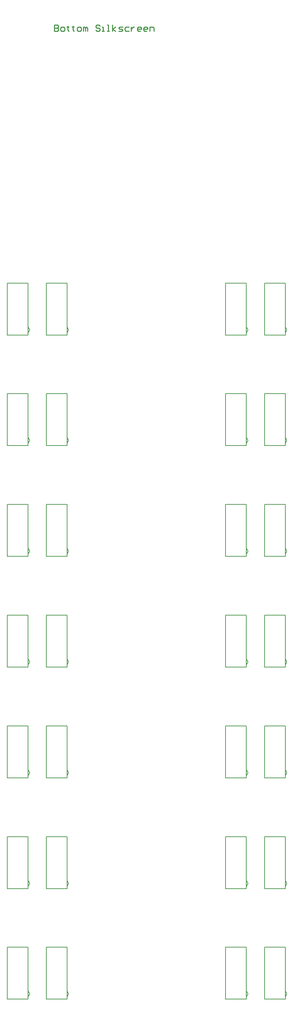
<source format=gbo>
G04 Layer_Color=32896*
%FSLAX24Y24*%
%MOIN*%
G70*
G01*
G75*
%ADD12C,0.0100*%
%ADD26C,0.0080*%
%ADD38C,0.0079*%
G54D12*
X9027Y100675D02*
Y100075D01*
X9327D01*
X9427Y100175D01*
Y100275D01*
X9327Y100375D01*
X9027D01*
X9327D01*
X9427Y100475D01*
Y100575D01*
X9327Y100675D01*
X9027D01*
X9727Y100075D02*
X9926D01*
X10026Y100175D01*
Y100375D01*
X9926Y100475D01*
X9727D01*
X9627Y100375D01*
Y100175D01*
X9727Y100075D01*
X10326Y100575D02*
Y100475D01*
X10226D01*
X10426D01*
X10326D01*
Y100175D01*
X10426Y100075D01*
X10826Y100575D02*
Y100475D01*
X10726D01*
X10926D01*
X10826D01*
Y100175D01*
X10926Y100075D01*
X11326D02*
X11526D01*
X11626Y100175D01*
Y100375D01*
X11526Y100475D01*
X11326D01*
X11226Y100375D01*
Y100175D01*
X11326Y100075D01*
X11826D02*
Y100475D01*
X11926D01*
X12026Y100375D01*
Y100075D01*
Y100375D01*
X12126Y100475D01*
X12226Y100375D01*
Y100075D01*
X13425Y100575D02*
X13325Y100675D01*
X13125D01*
X13025Y100575D01*
Y100475D01*
X13125Y100375D01*
X13325D01*
X13425Y100275D01*
Y100175D01*
X13325Y100075D01*
X13125D01*
X13025Y100175D01*
X13625Y100075D02*
X13825D01*
X13725D01*
Y100475D01*
X13625D01*
X14125Y100075D02*
X14325D01*
X14225D01*
Y100675D01*
X14125D01*
X14625Y100075D02*
Y100675D01*
Y100275D02*
X14925Y100475D01*
X14625Y100275D02*
X14925Y100075D01*
X15225D02*
X15525D01*
X15625Y100175D01*
X15525Y100275D01*
X15325D01*
X15225Y100375D01*
X15325Y100475D01*
X15625D01*
X16224D02*
X15925D01*
X15825Y100375D01*
Y100175D01*
X15925Y100075D01*
X16224D01*
X16424Y100475D02*
Y100075D01*
Y100275D01*
X16524Y100375D01*
X16624Y100475D01*
X16724D01*
X17324Y100075D02*
X17124D01*
X17024Y100175D01*
Y100375D01*
X17124Y100475D01*
X17324D01*
X17424Y100375D01*
Y100275D01*
X17024D01*
X17924Y100075D02*
X17724D01*
X17624Y100175D01*
Y100375D01*
X17724Y100475D01*
X17924D01*
X18024Y100375D01*
Y100275D01*
X17624D01*
X18224Y100075D02*
Y100475D01*
X18524D01*
X18624Y100375D01*
Y100075D01*
G54D26*
X31427Y7350D02*
X31277Y7650D01*
Y7050D02*
X31427Y7350D01*
X27677D02*
X27527Y7650D01*
Y7050D02*
X27677Y7350D01*
X31427Y18010D02*
X31277Y18310D01*
Y17710D02*
X31427Y18010D01*
X27677D02*
X27527Y18310D01*
Y17710D02*
X27677Y18010D01*
X31427Y28670D02*
X31277Y28970D01*
Y28370D02*
X31427Y28670D01*
X27677D02*
X27527Y28970D01*
Y28370D02*
X27677Y28670D01*
X31427Y39330D02*
X31277Y39630D01*
Y39030D02*
X31427Y39330D01*
X27677D02*
X27527Y39630D01*
Y39030D02*
X27677Y39330D01*
X31427Y49990D02*
X31277Y50290D01*
Y49690D02*
X31427Y49990D01*
X27677D02*
X27527Y50290D01*
Y49690D02*
X27677Y49990D01*
X31427Y60650D02*
X31277Y60950D01*
Y60350D02*
X31427Y60650D01*
X27677D02*
X27527Y60950D01*
Y60350D02*
X27677Y60650D01*
X31427Y71310D02*
X31277Y71610D01*
Y71010D02*
X31427Y71310D01*
X27677D02*
X27527Y71610D01*
Y71010D02*
X27677Y71310D01*
X10407Y7350D02*
X10257Y7650D01*
Y7050D02*
X10407Y7350D01*
X6657D02*
X6507Y7650D01*
Y7050D02*
X6657Y7350D01*
X10407Y18010D02*
X10257Y18310D01*
Y17710D02*
X10407Y18010D01*
X6657D02*
X6507Y18310D01*
Y17710D02*
X6657Y18010D01*
X10407Y28670D02*
X10257Y28970D01*
Y28370D02*
X10407Y28670D01*
X6657D02*
X6507Y28970D01*
Y28370D02*
X6657Y28670D01*
X10407Y39330D02*
X10257Y39630D01*
Y39030D02*
X10407Y39330D01*
X6657D02*
X6507Y39630D01*
Y39030D02*
X6657Y39330D01*
X10407Y49990D02*
X10257Y50290D01*
Y49690D02*
X10407Y49990D01*
X6657D02*
X6507Y50290D01*
Y49690D02*
X6657Y49990D01*
X10407Y60650D02*
X10257Y60950D01*
Y60350D02*
X10407Y60650D01*
X6657D02*
X6507Y60950D01*
Y60350D02*
X6657Y60650D01*
X10407Y71310D02*
X10257Y71610D01*
Y71010D02*
X10407Y71310D01*
X6657D02*
X6507Y71610D01*
Y71010D02*
X6657Y71310D01*
G54D38*
X31277Y11850D02*
X29277D01*
X31277Y6850D02*
X29277D01*
X31277D02*
Y11850D01*
X29277Y6850D02*
Y11850D01*
X27527D02*
X25527D01*
X27527Y6850D02*
X25527D01*
X27527D02*
Y11850D01*
X25527Y6850D02*
Y11850D01*
X31277Y22510D02*
X29277D01*
X31277Y17510D02*
X29277D01*
X31277D02*
Y22510D01*
X29277Y17510D02*
Y22510D01*
X27527D02*
X25527D01*
X27527Y17510D02*
X25527D01*
X27527D02*
Y22510D01*
X25527Y17510D02*
Y22510D01*
X31277Y33170D02*
X29277D01*
X31277Y28170D02*
X29277D01*
X31277D02*
Y33170D01*
X29277Y28170D02*
Y33170D01*
X27527D02*
X25527D01*
X27527Y28170D02*
X25527D01*
X27527D02*
Y33170D01*
X25527Y28170D02*
Y33170D01*
X31277Y43830D02*
X29277D01*
X31277Y38830D02*
X29277D01*
X31277D02*
Y43830D01*
X29277Y38830D02*
Y43830D01*
X27527D02*
X25527D01*
X27527Y38830D02*
X25527D01*
X27527D02*
Y43830D01*
X25527Y38830D02*
Y43830D01*
X31277Y54490D02*
X29277D01*
X31277Y49490D02*
X29277D01*
X31277D02*
Y54490D01*
X29277Y49490D02*
Y54490D01*
X27527D02*
X25527D01*
X27527Y49490D02*
X25527D01*
X27527D02*
Y54490D01*
X25527Y49490D02*
Y54490D01*
X31277Y65150D02*
X29277D01*
X31277Y60150D02*
X29277D01*
X31277D02*
Y65150D01*
X29277Y60150D02*
Y65150D01*
X27527D02*
X25527D01*
X27527Y60150D02*
X25527D01*
X27527D02*
Y65150D01*
X25527Y60150D02*
Y65150D01*
X31277Y75810D02*
X29277D01*
X31277Y70810D02*
X29277D01*
X31277D02*
Y75810D01*
X29277Y70810D02*
Y75810D01*
X27527D02*
X25527D01*
X27527Y70810D02*
X25527D01*
X27527D02*
Y75810D01*
X25527Y70810D02*
Y75810D01*
X10257Y11850D02*
X8257D01*
X10257Y6850D02*
X8257D01*
X10257D02*
Y11850D01*
X8257Y6850D02*
Y11850D01*
X6507D02*
X4507D01*
X6507Y6850D02*
X4507D01*
X6507D02*
Y11850D01*
X4507Y6850D02*
Y11850D01*
X10257Y22510D02*
X8257D01*
X10257Y17510D02*
X8257D01*
X10257D02*
Y22510D01*
X8257Y17510D02*
Y22510D01*
X6507D02*
X4507D01*
X6507Y17510D02*
X4507D01*
X6507D02*
Y22510D01*
X4507Y17510D02*
Y22510D01*
X10257Y33170D02*
X8257D01*
X10257Y28170D02*
X8257D01*
X10257D02*
Y33170D01*
X8257Y28170D02*
Y33170D01*
X6507D02*
X4507D01*
X6507Y28170D02*
X4507D01*
X6507D02*
Y33170D01*
X4507Y28170D02*
Y33170D01*
X10257Y43830D02*
X8257D01*
X10257Y38830D02*
X8257D01*
X10257D02*
Y43830D01*
X8257Y38830D02*
Y43830D01*
X6507D02*
X4507D01*
X6507Y38830D02*
X4507D01*
X6507D02*
Y43830D01*
X4507Y38830D02*
Y43830D01*
X10257Y54490D02*
X8257D01*
X10257Y49490D02*
X8257D01*
X10257D02*
Y54490D01*
X8257Y49490D02*
Y54490D01*
X6507D02*
X4507D01*
X6507Y49490D02*
X4507D01*
X6507D02*
Y54490D01*
X4507Y49490D02*
Y54490D01*
X10257Y65150D02*
X8257D01*
X10257Y60150D02*
X8257D01*
X10257D02*
Y65150D01*
X8257Y60150D02*
Y65150D01*
X6507D02*
X4507D01*
X6507Y60150D02*
X4507D01*
X6507D02*
Y65150D01*
X4507Y60150D02*
Y65150D01*
X10257Y75810D02*
X8257D01*
X10257Y70810D02*
X8257D01*
X10257D02*
Y75810D01*
X8257Y70810D02*
Y75810D01*
X6507D02*
X4507D01*
X6507Y70810D02*
X4507D01*
X6507D02*
Y75810D01*
X4507Y70810D02*
Y75810D01*
M02*

</source>
